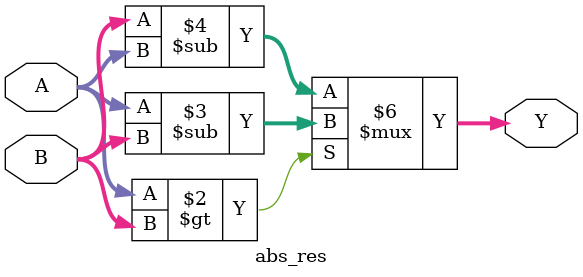
<source format=sv>
`timescale 1ns / 1ps


module abs_res(
    input logic [7:0] A,B,
    output logic [7:0] Y
    );
    always_comb begin
    if (A>B)
        Y=A-B;
    else
        Y=B-A;
    end
endmodule

</source>
